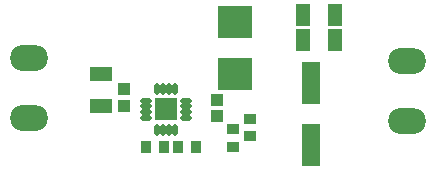
<source format=gts>
%FSLAX25Y25*%
%MOIN*%
G70*
G01*
G75*
G04 Layer_Color=8388736*
%ADD10R,0.05512X0.13386*%
%ADD11R,0.03543X0.02756*%
%ADD12R,0.02756X0.03543*%
%ADD13R,0.03543X0.03150*%
%ADD14R,0.06693X0.04331*%
%ADD15R,0.10630X0.10039*%
%ADD16R,0.04331X0.06693*%
%ADD17O,0.03150X0.00984*%
%ADD18O,0.00984X0.03150*%
%ADD19R,0.06811X0.06811*%
%ADD20C,0.03000*%
%ADD21C,0.01000*%
%ADD22C,0.02000*%
%ADD23O,0.11811X0.07874*%
%ADD24C,0.03000*%
%ADD25C,0.02500*%
%ADD26C,0.00984*%
%ADD27C,0.00787*%
%ADD28C,0.00500*%
%ADD29C,0.00600*%
%ADD30R,0.06312X0.14186*%
%ADD31R,0.04343X0.03556*%
%ADD32R,0.03556X0.04343*%
%ADD33R,0.04343X0.03950*%
%ADD34R,0.07493X0.05131*%
%ADD35R,0.11430X0.10839*%
%ADD36R,0.05131X0.07493*%
%ADD37O,0.03950X0.01784*%
%ADD38O,0.01784X0.03950*%
%ADD39R,0.07611X0.07611*%
%ADD40O,0.12611X0.08674*%
%ADD41C,0.03300*%
D30*
X333500Y359764D02*
D03*
Y380236D02*
D03*
D31*
X313000Y362547D02*
D03*
Y368453D02*
D03*
X307500Y364953D02*
D03*
Y359047D02*
D03*
D32*
X284453Y359000D02*
D03*
X278547D02*
D03*
X294953D02*
D03*
X289047D02*
D03*
D33*
X271000Y372744D02*
D03*
Y378256D02*
D03*
X302000Y374756D02*
D03*
Y369244D02*
D03*
D34*
X263500Y383315D02*
D03*
Y372685D02*
D03*
D35*
X308000Y400563D02*
D03*
Y383437D02*
D03*
D36*
X341315Y394500D02*
D03*
X330685D02*
D03*
X341315Y403000D02*
D03*
X330685D02*
D03*
D37*
X278307Y374453D02*
D03*
Y372484D02*
D03*
Y370516D02*
D03*
Y368547D02*
D03*
X291693D02*
D03*
Y370516D02*
D03*
Y372484D02*
D03*
Y374453D02*
D03*
D38*
X282047Y364807D02*
D03*
X284016D02*
D03*
X285984D02*
D03*
X287953D02*
D03*
Y378193D02*
D03*
X285984D02*
D03*
X284016D02*
D03*
X282047D02*
D03*
D39*
X285000Y371500D02*
D03*
D40*
X365500Y387500D02*
D03*
Y367500D02*
D03*
X239500Y368500D02*
D03*
Y388500D02*
D03*
D41*
X283000Y373500D02*
D03*
X287000D02*
D03*
X283000Y369500D02*
D03*
X287000D02*
D03*
M02*

</source>
